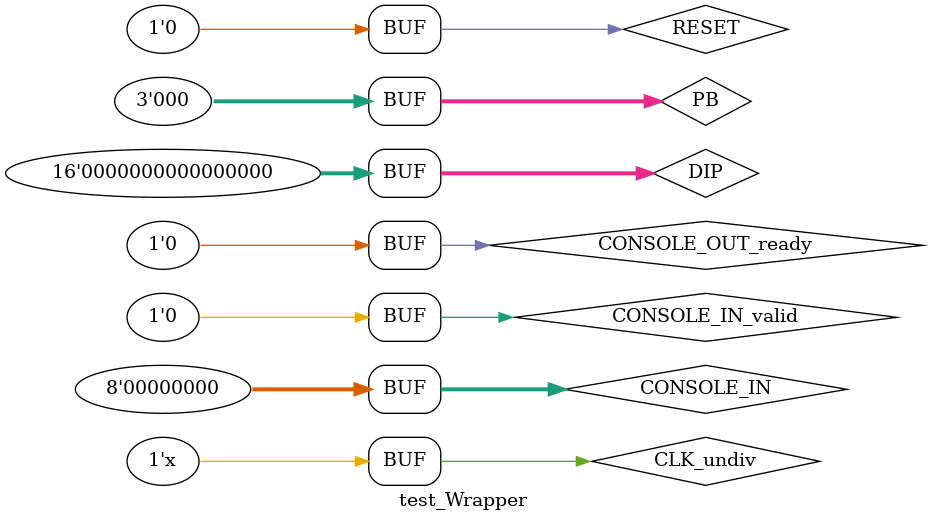
<source format=v>
`timescale 1ns / 1ps
/*
----------------------------------------------------------------------------------
--	(c) Thao Nguyen and Rajesh Panicker
--	License terms :
--	You are free to use this code as long as you
--		(i) DO NOT post it on any public repository;
--		(ii) use it only for educational purposes;
--		(iii) accept the responsibility to ensure that your implementation does not violate any intellectual property of ARM Holdings or other entities.
--		(iv) accept that the program is provided "as is" without warranty of any kind or assurance regarding its suitability for any particular purpose;
--		(v) send an email to rajesh.panicker@ieee.org briefly mentioning its use (except when used for the course CG3207 at the National University of Singapore);
--		(vi) retain this notice in this file or any files derived from this.
----------------------------------------------------------------------------------
*/
module test_Wrapper #(
	   parameter N_LEDs_OUT	= 8,					
	   parameter N_DIPs		= 16,
	   parameter N_PBs		= 3 
	)
	(
	);
	
	// Signals for the Unit Under Test (UUT)
	reg  [N_DIPs-1:0] DIP = 0;		
	reg  [N_PBs-1:0] PB = 0;			
	wire [N_LEDs_OUT-1:0] LED_OUT;
	wire [6:0] LED_PC;			
	wire [31:0] SEVENSEGHEX;	
	wire [7:0] CONSOLE_OUT;
	reg  CONSOLE_OUT_ready = 0;
	wire CONSOLE_OUT_valid;
	reg  [7:0] CONSOLE_IN = 0;
	reg  CONSOLE_IN_valid = 0;
	wire CONSOLE_IN_ack;
	reg  RESET = 0;					
	reg  CLK_undiv = 0;				
	
	// Instantiate UUT
	Wrapper dut(DIP, PB, LED_OUT, LED_PC, SEVENSEGHEX, CONSOLE_OUT, CONSOLE_OUT_ready, CONSOLE_OUT_valid, CONSOLE_IN, CONSOLE_IN_valid, CONSOLE_IN_ack, RESET, CLK_undiv) ;
	
	// STIMULI
    initial
    begin

        DIP <= 32'hC001; #10000;   
        DIP <= 32'h0000; #1000;

        DIP <= 32'h8001; #10000;  
        DIP <= 32'h0000; #1000;    

        DIP <= 32'h4001; #10000;    
        DIP <= 32'h0000; #1000;  

        DIP <= 32'h0A51; #10000;    
        DIP <= 32'h0000; #1000;

        DIP <= 32'h0F53; #10000; 
        DIP <= 32'h0000; #1000;


    end
	
	// GENERATE CLOCK       
    always          
    begin
       #5 CLK_undiv = ~CLK_undiv ; // invert clk every 5 time units 
    end
    
endmodule

</source>
